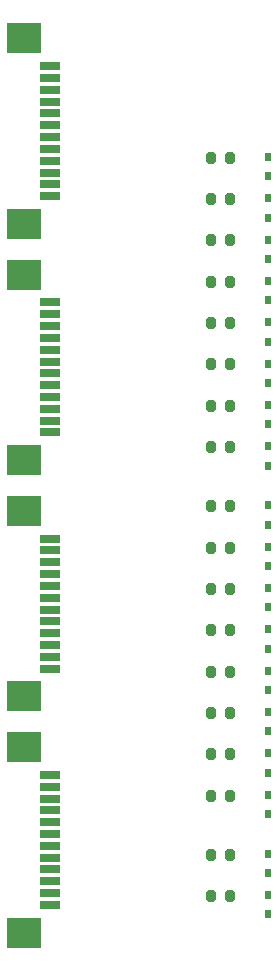
<source format=gbr>
%TF.GenerationSoftware,KiCad,Pcbnew,9.0.6*%
%TF.CreationDate,2025-12-07T13:39:51+03:00*%
%TF.ProjectId,PMLED-18,504d4c45-442d-4313-982e-6b696361645f,rev?*%
%TF.SameCoordinates,Original*%
%TF.FileFunction,Paste,Top*%
%TF.FilePolarity,Positive*%
%FSLAX46Y46*%
G04 Gerber Fmt 4.6, Leading zero omitted, Abs format (unit mm)*
G04 Created by KiCad (PCBNEW 9.0.6) date 2025-12-07 13:39:51*
%MOMM*%
%LPD*%
G01*
G04 APERTURE LIST*
G04 Aperture macros list*
%AMRoundRect*
0 Rectangle with rounded corners*
0 $1 Rounding radius*
0 $2 $3 $4 $5 $6 $7 $8 $9 X,Y pos of 4 corners*
0 Add a 4 corners polygon primitive as box body*
4,1,4,$2,$3,$4,$5,$6,$7,$8,$9,$2,$3,0*
0 Add four circle primitives for the rounded corners*
1,1,$1+$1,$2,$3*
1,1,$1+$1,$4,$5*
1,1,$1+$1,$6,$7*
1,1,$1+$1,$8,$9*
0 Add four rect primitives between the rounded corners*
20,1,$1+$1,$2,$3,$4,$5,0*
20,1,$1+$1,$4,$5,$6,$7,0*
20,1,$1+$1,$6,$7,$8,$9,0*
20,1,$1+$1,$8,$9,$2,$3,0*%
G04 Aperture macros list end*
%ADD10RoundRect,0.200000X-0.200000X-0.275000X0.200000X-0.275000X0.200000X0.275000X-0.200000X0.275000X0*%
%ADD11R,0.480000X0.770000*%
%ADD12R,1.803400X0.635000*%
%ADD13R,2.997200X2.590800*%
G04 APERTURE END LIST*
D10*
%TO.C,R5*%
X9175000Y13750000D03*
X10825000Y13750000D03*
%TD*%
D11*
%TO.C,D12*%
X14000000Y-13815000D03*
X14000000Y-12185000D03*
%TD*%
D10*
%TO.C,R10*%
X9175000Y-5250000D03*
X10825000Y-5250000D03*
%TD*%
D11*
%TO.C,D2*%
X14000000Y22685000D03*
X14000000Y24315000D03*
%TD*%
%TO.C,D3*%
X14000000Y19185000D03*
X14000000Y20815000D03*
%TD*%
D10*
%TO.C,R9*%
X9175000Y-1750000D03*
X10825000Y-1750000D03*
%TD*%
%TO.C,R3*%
X9175000Y20750000D03*
X10825000Y20750000D03*
%TD*%
%TO.C,R4*%
X9175000Y17250000D03*
X10825000Y17250000D03*
%TD*%
D12*
%TO.C,J1*%
X-4444000Y35499992D03*
X-4444000Y34499994D03*
X-4444000Y33499996D03*
X-4444000Y32499998D03*
X-4444000Y31500000D03*
X-4444000Y30500000D03*
X-4444000Y29500000D03*
X-4444000Y28500000D03*
X-4444000Y27500002D03*
X-4444000Y26500004D03*
X-4444000Y25500006D03*
X-4444000Y24500008D03*
D13*
X-6614001Y37850003D03*
X-6614001Y22149997D03*
%TD*%
D10*
%TO.C,R12*%
X9175000Y-12250000D03*
X10825000Y-12250000D03*
%TD*%
D11*
%TO.C,D10*%
X14000000Y-6815000D03*
X14000000Y-5185000D03*
%TD*%
D10*
%TO.C,R14*%
X9175000Y-19250000D03*
X10825000Y-19250000D03*
%TD*%
D11*
%TO.C,D8*%
X14000000Y1685000D03*
X14000000Y3315000D03*
%TD*%
%TO.C,D17*%
X14000000Y-32815000D03*
X14000000Y-31185000D03*
%TD*%
D10*
%TO.C,R17*%
X9175000Y-31250000D03*
X10825000Y-31250000D03*
%TD*%
D11*
%TO.C,D9*%
X14000000Y-3315000D03*
X14000000Y-1685000D03*
%TD*%
D10*
%TO.C,R7*%
X9175000Y6750000D03*
X10825000Y6750000D03*
%TD*%
%TO.C,R18*%
X9175000Y-34750000D03*
X10825000Y-34750000D03*
%TD*%
%TO.C,R15*%
X9175000Y-22750000D03*
X10825000Y-22750000D03*
%TD*%
%TO.C,R16*%
X9175000Y-26250000D03*
X10825000Y-26250000D03*
%TD*%
D11*
%TO.C,D11*%
X14000000Y-10315000D03*
X14000000Y-8685000D03*
%TD*%
%TO.C,D7*%
X14000000Y5185000D03*
X14000000Y6815000D03*
%TD*%
%TO.C,D1*%
X14000000Y26185000D03*
X14000000Y27815000D03*
%TD*%
%TO.C,D4*%
X14000000Y15685000D03*
X14000000Y17315000D03*
%TD*%
D10*
%TO.C,R8*%
X9175000Y3250000D03*
X10825000Y3250000D03*
%TD*%
D11*
%TO.C,D16*%
X14000000Y-27815000D03*
X14000000Y-26185000D03*
%TD*%
D10*
%TO.C,R11*%
X9175000Y-8750000D03*
X10825000Y-8750000D03*
%TD*%
%TO.C,R6*%
X9175000Y10250000D03*
X10825000Y10250000D03*
%TD*%
%TO.C,R13*%
X9175000Y-15750000D03*
X10825000Y-15750000D03*
%TD*%
D11*
%TO.C,D15*%
X14000000Y-24315000D03*
X14000000Y-22685000D03*
%TD*%
D12*
%TO.C,J3*%
X-4444000Y-4500008D03*
X-4444000Y-5500006D03*
X-4444000Y-6500004D03*
X-4444000Y-7500002D03*
X-4444000Y-8500000D03*
X-4444000Y-9500000D03*
X-4444000Y-10500000D03*
X-4444000Y-11500000D03*
X-4444000Y-12499998D03*
X-4444000Y-13499996D03*
X-4444000Y-14499994D03*
X-4444000Y-15499992D03*
D13*
X-6614001Y-2149997D03*
X-6614001Y-17850003D03*
%TD*%
D10*
%TO.C,R1*%
X9175000Y27750000D03*
X10825000Y27750000D03*
%TD*%
D11*
%TO.C,D18*%
X14000000Y-36315000D03*
X14000000Y-34685000D03*
%TD*%
D10*
%TO.C,R2*%
X9175000Y24250000D03*
X10825000Y24250000D03*
%TD*%
D12*
%TO.C,J2*%
X-4444000Y15499992D03*
X-4444000Y14499994D03*
X-4444000Y13499996D03*
X-4444000Y12499998D03*
X-4444000Y11500000D03*
X-4444000Y10500000D03*
X-4444000Y9500000D03*
X-4444000Y8500000D03*
X-4444000Y7500002D03*
X-4444000Y6500004D03*
X-4444000Y5500006D03*
X-4444000Y4500008D03*
D13*
X-6614001Y17850003D03*
X-6614001Y2149997D03*
%TD*%
D11*
%TO.C,D14*%
X14000000Y-20815000D03*
X14000000Y-19185000D03*
%TD*%
%TO.C,D6*%
X14000000Y8685000D03*
X14000000Y10315000D03*
%TD*%
D12*
%TO.C,J4*%
X-4444000Y-24500008D03*
X-4444000Y-25500006D03*
X-4444000Y-26500004D03*
X-4444000Y-27500002D03*
X-4444000Y-28500000D03*
X-4444000Y-29500000D03*
X-4444000Y-30500000D03*
X-4444000Y-31500000D03*
X-4444000Y-32499998D03*
X-4444000Y-33499996D03*
X-4444000Y-34499994D03*
X-4444000Y-35499992D03*
D13*
X-6614001Y-22149997D03*
X-6614001Y-37850003D03*
%TD*%
D11*
%TO.C,D13*%
X14000000Y-17315000D03*
X14000000Y-15685000D03*
%TD*%
%TO.C,D5*%
X14000000Y12185000D03*
X14000000Y13815000D03*
%TD*%
M02*

</source>
